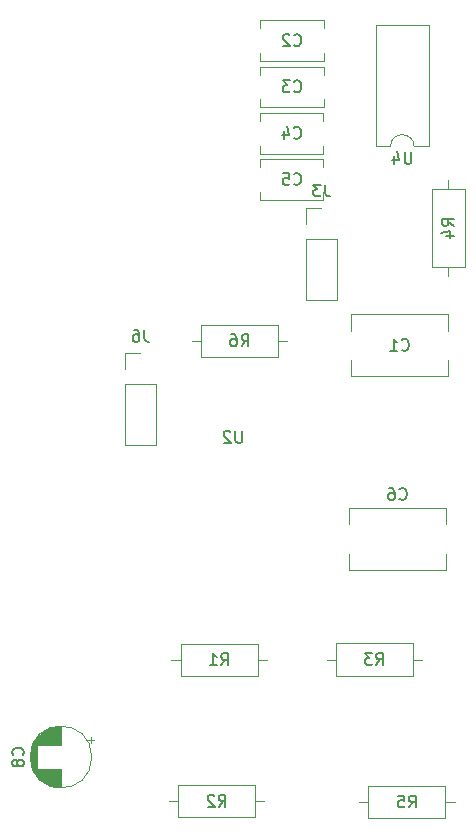
<source format=gbr>
G04 #@! TF.GenerationSoftware,KiCad,Pcbnew,(6.0.4)*
G04 #@! TF.CreationDate,2023-10-14T22:59:34+07:00*
G04 #@! TF.ProjectId,09-Prototype-Final-BugFixing,30392d50-726f-4746-9f74-7970652d4669,rev?*
G04 #@! TF.SameCoordinates,Original*
G04 #@! TF.FileFunction,Legend,Bot*
G04 #@! TF.FilePolarity,Positive*
%FSLAX46Y46*%
G04 Gerber Fmt 4.6, Leading zero omitted, Abs format (unit mm)*
G04 Created by KiCad (PCBNEW (6.0.4)) date 2023-10-14 22:59:34*
%MOMM*%
%LPD*%
G01*
G04 APERTURE LIST*
%ADD10C,0.150000*%
%ADD11C,0.120000*%
G04 APERTURE END LIST*
D10*
G04 #@! TO.C,C5*
X186916666Y-55197142D02*
X186964285Y-55244761D01*
X187107142Y-55292380D01*
X187202380Y-55292380D01*
X187345238Y-55244761D01*
X187440476Y-55149523D01*
X187488095Y-55054285D01*
X187535714Y-54863809D01*
X187535714Y-54720952D01*
X187488095Y-54530476D01*
X187440476Y-54435238D01*
X187345238Y-54340000D01*
X187202380Y-54292380D01*
X187107142Y-54292380D01*
X186964285Y-54340000D01*
X186916666Y-54387619D01*
X186011904Y-54292380D02*
X186488095Y-54292380D01*
X186535714Y-54768571D01*
X186488095Y-54720952D01*
X186392857Y-54673333D01*
X186154761Y-54673333D01*
X186059523Y-54720952D01*
X186011904Y-54768571D01*
X185964285Y-54863809D01*
X185964285Y-55101904D01*
X186011904Y-55197142D01*
X186059523Y-55244761D01*
X186154761Y-55292380D01*
X186392857Y-55292380D01*
X186488095Y-55244761D01*
X186535714Y-55197142D01*
G04 #@! TO.C,U4*
X196856904Y-52482380D02*
X196856904Y-53291904D01*
X196809285Y-53387142D01*
X196761666Y-53434761D01*
X196666428Y-53482380D01*
X196475952Y-53482380D01*
X196380714Y-53434761D01*
X196333095Y-53387142D01*
X196285476Y-53291904D01*
X196285476Y-52482380D01*
X195380714Y-52815714D02*
X195380714Y-53482380D01*
X195618809Y-52434761D02*
X195856904Y-53149047D01*
X195237857Y-53149047D01*
G04 #@! TO.C,C1*
X196046666Y-69227142D02*
X196094285Y-69274761D01*
X196237142Y-69322380D01*
X196332380Y-69322380D01*
X196475238Y-69274761D01*
X196570476Y-69179523D01*
X196618095Y-69084285D01*
X196665714Y-68893809D01*
X196665714Y-68750952D01*
X196618095Y-68560476D01*
X196570476Y-68465238D01*
X196475238Y-68370000D01*
X196332380Y-68322380D01*
X196237142Y-68322380D01*
X196094285Y-68370000D01*
X196046666Y-68417619D01*
X195094285Y-69322380D02*
X195665714Y-69322380D01*
X195380000Y-69322380D02*
X195380000Y-68322380D01*
X195475238Y-68465238D01*
X195570476Y-68560476D01*
X195665714Y-68608095D01*
G04 #@! TO.C,C4*
X186916666Y-51277142D02*
X186964285Y-51324761D01*
X187107142Y-51372380D01*
X187202380Y-51372380D01*
X187345238Y-51324761D01*
X187440476Y-51229523D01*
X187488095Y-51134285D01*
X187535714Y-50943809D01*
X187535714Y-50800952D01*
X187488095Y-50610476D01*
X187440476Y-50515238D01*
X187345238Y-50420000D01*
X187202380Y-50372380D01*
X187107142Y-50372380D01*
X186964285Y-50420000D01*
X186916666Y-50467619D01*
X186059523Y-50705714D02*
X186059523Y-51372380D01*
X186297619Y-50324761D02*
X186535714Y-51039047D01*
X185916666Y-51039047D01*
G04 #@! TO.C,C2*
X186926666Y-43437142D02*
X186974285Y-43484761D01*
X187117142Y-43532380D01*
X187212380Y-43532380D01*
X187355238Y-43484761D01*
X187450476Y-43389523D01*
X187498095Y-43294285D01*
X187545714Y-43103809D01*
X187545714Y-42960952D01*
X187498095Y-42770476D01*
X187450476Y-42675238D01*
X187355238Y-42580000D01*
X187212380Y-42532380D01*
X187117142Y-42532380D01*
X186974285Y-42580000D01*
X186926666Y-42627619D01*
X186545714Y-42627619D02*
X186498095Y-42580000D01*
X186402857Y-42532380D01*
X186164761Y-42532380D01*
X186069523Y-42580000D01*
X186021904Y-42627619D01*
X185974285Y-42722857D01*
X185974285Y-42818095D01*
X186021904Y-42960952D01*
X186593333Y-43532380D01*
X185974285Y-43532380D01*
G04 #@! TO.C,C8*
X163977142Y-103553333D02*
X164024761Y-103505714D01*
X164072380Y-103362857D01*
X164072380Y-103267619D01*
X164024761Y-103124761D01*
X163929523Y-103029523D01*
X163834285Y-102981904D01*
X163643809Y-102934285D01*
X163500952Y-102934285D01*
X163310476Y-102981904D01*
X163215238Y-103029523D01*
X163120000Y-103124761D01*
X163072380Y-103267619D01*
X163072380Y-103362857D01*
X163120000Y-103505714D01*
X163167619Y-103553333D01*
X163500952Y-104124761D02*
X163453333Y-104029523D01*
X163405714Y-103981904D01*
X163310476Y-103934285D01*
X163262857Y-103934285D01*
X163167619Y-103981904D01*
X163120000Y-104029523D01*
X163072380Y-104124761D01*
X163072380Y-104315238D01*
X163120000Y-104410476D01*
X163167619Y-104458095D01*
X163262857Y-104505714D01*
X163310476Y-104505714D01*
X163405714Y-104458095D01*
X163453333Y-104410476D01*
X163500952Y-104315238D01*
X163500952Y-104124761D01*
X163548571Y-104029523D01*
X163596190Y-103981904D01*
X163691428Y-103934285D01*
X163881904Y-103934285D01*
X163977142Y-103981904D01*
X164024761Y-104029523D01*
X164072380Y-104124761D01*
X164072380Y-104315238D01*
X164024761Y-104410476D01*
X163977142Y-104458095D01*
X163881904Y-104505714D01*
X163691428Y-104505714D01*
X163596190Y-104458095D01*
X163548571Y-104410476D01*
X163500952Y-104315238D01*
G04 #@! TO.C,R6*
X182486666Y-68932380D02*
X182820000Y-68456190D01*
X183058095Y-68932380D02*
X183058095Y-67932380D01*
X182677142Y-67932380D01*
X182581904Y-67980000D01*
X182534285Y-68027619D01*
X182486666Y-68122857D01*
X182486666Y-68265714D01*
X182534285Y-68360952D01*
X182581904Y-68408571D01*
X182677142Y-68456190D01*
X183058095Y-68456190D01*
X181629523Y-67932380D02*
X181820000Y-67932380D01*
X181915238Y-67980000D01*
X181962857Y-68027619D01*
X182058095Y-68170476D01*
X182105714Y-68360952D01*
X182105714Y-68741904D01*
X182058095Y-68837142D01*
X182010476Y-68884761D01*
X181915238Y-68932380D01*
X181724761Y-68932380D01*
X181629523Y-68884761D01*
X181581904Y-68837142D01*
X181534285Y-68741904D01*
X181534285Y-68503809D01*
X181581904Y-68408571D01*
X181629523Y-68360952D01*
X181724761Y-68313333D01*
X181915238Y-68313333D01*
X182010476Y-68360952D01*
X182058095Y-68408571D01*
X182105714Y-68503809D01*
G04 #@! TO.C,J3*
X189573333Y-55262380D02*
X189573333Y-55976666D01*
X189620952Y-56119523D01*
X189716190Y-56214761D01*
X189859047Y-56262380D01*
X189954285Y-56262380D01*
X189192380Y-55262380D02*
X188573333Y-55262380D01*
X188906666Y-55643333D01*
X188763809Y-55643333D01*
X188668571Y-55690952D01*
X188620952Y-55738571D01*
X188573333Y-55833809D01*
X188573333Y-56071904D01*
X188620952Y-56167142D01*
X188668571Y-56214761D01*
X188763809Y-56262380D01*
X189049523Y-56262380D01*
X189144761Y-56214761D01*
X189192380Y-56167142D01*
G04 #@! TO.C,R4*
X200462380Y-58763333D02*
X199986190Y-58430000D01*
X200462380Y-58191904D02*
X199462380Y-58191904D01*
X199462380Y-58572857D01*
X199510000Y-58668095D01*
X199557619Y-58715714D01*
X199652857Y-58763333D01*
X199795714Y-58763333D01*
X199890952Y-58715714D01*
X199938571Y-58668095D01*
X199986190Y-58572857D01*
X199986190Y-58191904D01*
X199795714Y-59620476D02*
X200462380Y-59620476D01*
X199414761Y-59382380D02*
X200129047Y-59144285D01*
X200129047Y-59763333D01*
G04 #@! TO.C,U2*
X182541904Y-76112380D02*
X182541904Y-76921904D01*
X182494285Y-77017142D01*
X182446666Y-77064761D01*
X182351428Y-77112380D01*
X182160952Y-77112380D01*
X182065714Y-77064761D01*
X182018095Y-77017142D01*
X181970476Y-76921904D01*
X181970476Y-76112380D01*
X181541904Y-76207619D02*
X181494285Y-76160000D01*
X181399047Y-76112380D01*
X181160952Y-76112380D01*
X181065714Y-76160000D01*
X181018095Y-76207619D01*
X180970476Y-76302857D01*
X180970476Y-76398095D01*
X181018095Y-76540952D01*
X181589523Y-77112380D01*
X180970476Y-77112380D01*
G04 #@! TO.C,R3*
X193886666Y-95932380D02*
X194220000Y-95456190D01*
X194458095Y-95932380D02*
X194458095Y-94932380D01*
X194077142Y-94932380D01*
X193981904Y-94980000D01*
X193934285Y-95027619D01*
X193886666Y-95122857D01*
X193886666Y-95265714D01*
X193934285Y-95360952D01*
X193981904Y-95408571D01*
X194077142Y-95456190D01*
X194458095Y-95456190D01*
X193553333Y-94932380D02*
X192934285Y-94932380D01*
X193267619Y-95313333D01*
X193124761Y-95313333D01*
X193029523Y-95360952D01*
X192981904Y-95408571D01*
X192934285Y-95503809D01*
X192934285Y-95741904D01*
X192981904Y-95837142D01*
X193029523Y-95884761D01*
X193124761Y-95932380D01*
X193410476Y-95932380D01*
X193505714Y-95884761D01*
X193553333Y-95837142D01*
G04 #@! TO.C,R5*
X196646666Y-107992380D02*
X196980000Y-107516190D01*
X197218095Y-107992380D02*
X197218095Y-106992380D01*
X196837142Y-106992380D01*
X196741904Y-107040000D01*
X196694285Y-107087619D01*
X196646666Y-107182857D01*
X196646666Y-107325714D01*
X196694285Y-107420952D01*
X196741904Y-107468571D01*
X196837142Y-107516190D01*
X197218095Y-107516190D01*
X195741904Y-106992380D02*
X196218095Y-106992380D01*
X196265714Y-107468571D01*
X196218095Y-107420952D01*
X196122857Y-107373333D01*
X195884761Y-107373333D01*
X195789523Y-107420952D01*
X195741904Y-107468571D01*
X195694285Y-107563809D01*
X195694285Y-107801904D01*
X195741904Y-107897142D01*
X195789523Y-107944761D01*
X195884761Y-107992380D01*
X196122857Y-107992380D01*
X196218095Y-107944761D01*
X196265714Y-107897142D01*
G04 #@! TO.C,C6*
X195856666Y-81857142D02*
X195904285Y-81904761D01*
X196047142Y-81952380D01*
X196142380Y-81952380D01*
X196285238Y-81904761D01*
X196380476Y-81809523D01*
X196428095Y-81714285D01*
X196475714Y-81523809D01*
X196475714Y-81380952D01*
X196428095Y-81190476D01*
X196380476Y-81095238D01*
X196285238Y-81000000D01*
X196142380Y-80952380D01*
X196047142Y-80952380D01*
X195904285Y-81000000D01*
X195856666Y-81047619D01*
X194999523Y-80952380D02*
X195190000Y-80952380D01*
X195285238Y-81000000D01*
X195332857Y-81047619D01*
X195428095Y-81190476D01*
X195475714Y-81380952D01*
X195475714Y-81761904D01*
X195428095Y-81857142D01*
X195380476Y-81904761D01*
X195285238Y-81952380D01*
X195094761Y-81952380D01*
X194999523Y-81904761D01*
X194951904Y-81857142D01*
X194904285Y-81761904D01*
X194904285Y-81523809D01*
X194951904Y-81428571D01*
X194999523Y-81380952D01*
X195094761Y-81333333D01*
X195285238Y-81333333D01*
X195380476Y-81380952D01*
X195428095Y-81428571D01*
X195475714Y-81523809D01*
G04 #@! TO.C,R1*
X180756666Y-95942380D02*
X181090000Y-95466190D01*
X181328095Y-95942380D02*
X181328095Y-94942380D01*
X180947142Y-94942380D01*
X180851904Y-94990000D01*
X180804285Y-95037619D01*
X180756666Y-95132857D01*
X180756666Y-95275714D01*
X180804285Y-95370952D01*
X180851904Y-95418571D01*
X180947142Y-95466190D01*
X181328095Y-95466190D01*
X179804285Y-95942380D02*
X180375714Y-95942380D01*
X180090000Y-95942380D02*
X180090000Y-94942380D01*
X180185238Y-95085238D01*
X180280476Y-95180476D01*
X180375714Y-95228095D01*
G04 #@! TO.C,J6*
X174258333Y-67557380D02*
X174258333Y-68271666D01*
X174305952Y-68414523D01*
X174401190Y-68509761D01*
X174544047Y-68557380D01*
X174639285Y-68557380D01*
X173353571Y-67557380D02*
X173544047Y-67557380D01*
X173639285Y-67605000D01*
X173686904Y-67652619D01*
X173782142Y-67795476D01*
X173829761Y-67985952D01*
X173829761Y-68366904D01*
X173782142Y-68462142D01*
X173734523Y-68509761D01*
X173639285Y-68557380D01*
X173448809Y-68557380D01*
X173353571Y-68509761D01*
X173305952Y-68462142D01*
X173258333Y-68366904D01*
X173258333Y-68128809D01*
X173305952Y-68033571D01*
X173353571Y-67985952D01*
X173448809Y-67938333D01*
X173639285Y-67938333D01*
X173734523Y-67985952D01*
X173782142Y-68033571D01*
X173829761Y-68128809D01*
G04 #@! TO.C,R2*
X180556666Y-107922380D02*
X180890000Y-107446190D01*
X181128095Y-107922380D02*
X181128095Y-106922380D01*
X180747142Y-106922380D01*
X180651904Y-106970000D01*
X180604285Y-107017619D01*
X180556666Y-107112857D01*
X180556666Y-107255714D01*
X180604285Y-107350952D01*
X180651904Y-107398571D01*
X180747142Y-107446190D01*
X181128095Y-107446190D01*
X180175714Y-107017619D02*
X180128095Y-106970000D01*
X180032857Y-106922380D01*
X179794761Y-106922380D01*
X179699523Y-106970000D01*
X179651904Y-107017619D01*
X179604285Y-107112857D01*
X179604285Y-107208095D01*
X179651904Y-107350952D01*
X180223333Y-107922380D01*
X179604285Y-107922380D01*
G04 #@! TO.C,C3*
X186926666Y-47347142D02*
X186974285Y-47394761D01*
X187117142Y-47442380D01*
X187212380Y-47442380D01*
X187355238Y-47394761D01*
X187450476Y-47299523D01*
X187498095Y-47204285D01*
X187545714Y-47013809D01*
X187545714Y-46870952D01*
X187498095Y-46680476D01*
X187450476Y-46585238D01*
X187355238Y-46490000D01*
X187212380Y-46442380D01*
X187117142Y-46442380D01*
X186974285Y-46490000D01*
X186926666Y-46537619D01*
X186593333Y-46442380D02*
X185974285Y-46442380D01*
X186307619Y-46823333D01*
X186164761Y-46823333D01*
X186069523Y-46870952D01*
X186021904Y-46918571D01*
X185974285Y-47013809D01*
X185974285Y-47251904D01*
X186021904Y-47347142D01*
X186069523Y-47394761D01*
X186164761Y-47442380D01*
X186450476Y-47442380D01*
X186545714Y-47394761D01*
X186593333Y-47347142D01*
D11*
G04 #@! TO.C,C5*
X184080000Y-53119000D02*
X189420000Y-53119000D01*
X184080000Y-56561000D02*
X184080000Y-55895000D01*
X184080000Y-56561000D02*
X189420000Y-56561000D01*
X189420000Y-56561000D02*
X189420000Y-55895000D01*
X189420000Y-53785000D02*
X189420000Y-53119000D01*
X184080000Y-53785000D02*
X184080000Y-53119000D01*
G04 #@! TO.C,U4*
X193845000Y-41750000D02*
X198345000Y-41750000D01*
X193845000Y-52030000D02*
X193845000Y-41750000D01*
X198345000Y-41750000D02*
X198345000Y-52030000D01*
X195095000Y-52030000D02*
X193845000Y-52030000D01*
X198345000Y-52030000D02*
X197095000Y-52030000D01*
X197095000Y-52030000D02*
G75*
G03*
X195095000Y-52030000I-1000000J0D01*
G01*
G04 #@! TO.C,C1*
X200000000Y-71490000D02*
X191760000Y-71490000D01*
X200000000Y-66250000D02*
X191760000Y-66250000D01*
X191760000Y-66250000D02*
X191760000Y-67614000D01*
X191760000Y-70126000D02*
X191760000Y-71490000D01*
X200000000Y-66250000D02*
X200000000Y-67614000D01*
X200000000Y-70126000D02*
X200000000Y-71490000D01*
G04 #@! TO.C,C4*
X184080000Y-49199000D02*
X189420000Y-49199000D01*
X189420000Y-52641000D02*
X189420000Y-51975000D01*
X184080000Y-49865000D02*
X184080000Y-49199000D01*
X184080000Y-52641000D02*
X184080000Y-51975000D01*
X184080000Y-52641000D02*
X189420000Y-52641000D01*
X189420000Y-49865000D02*
X189420000Y-49199000D01*
G04 #@! TO.C,C2*
X184090000Y-42025000D02*
X184090000Y-41359000D01*
X184090000Y-41359000D02*
X189430000Y-41359000D01*
X184090000Y-44801000D02*
X184090000Y-44135000D01*
X189430000Y-44801000D02*
X189430000Y-44135000D01*
X184090000Y-44801000D02*
X189430000Y-44801000D01*
X189430000Y-42025000D02*
X189430000Y-41359000D01*
G04 #@! TO.C,C8*
X167030000Y-101144000D02*
X167030000Y-102680000D01*
X166389000Y-101265000D02*
X166389000Y-102680000D01*
X166229000Y-101322000D02*
X166229000Y-102680000D01*
X166510000Y-101229000D02*
X166510000Y-102680000D01*
X165469000Y-104760000D02*
X165469000Y-105657000D01*
X164749000Y-102805000D02*
X164749000Y-104635000D01*
X165869000Y-101496000D02*
X165869000Y-102680000D01*
X165229000Y-102021000D02*
X165229000Y-102680000D01*
X166950000Y-104760000D02*
X166950000Y-106289000D01*
X166950000Y-101151000D02*
X166950000Y-102680000D01*
X165309000Y-104760000D02*
X165309000Y-105505000D01*
X165189000Y-104760000D02*
X165189000Y-105373000D01*
X166870000Y-104760000D02*
X166870000Y-106281000D01*
X166109000Y-101372000D02*
X166109000Y-102680000D01*
X166870000Y-101159000D02*
X166870000Y-102680000D01*
X166029000Y-104760000D02*
X166029000Y-106030000D01*
X166670000Y-104760000D02*
X166670000Y-106248000D01*
X166590000Y-104760000D02*
X166590000Y-106231000D01*
X165629000Y-104760000D02*
X165629000Y-105785000D01*
X166630000Y-101200000D02*
X166630000Y-102680000D01*
X165509000Y-101749000D02*
X165509000Y-102680000D01*
X165829000Y-104760000D02*
X165829000Y-105920000D01*
X167190000Y-101140000D02*
X167190000Y-102680000D01*
X165989000Y-104760000D02*
X165989000Y-106010000D01*
X165549000Y-104760000D02*
X165549000Y-105724000D01*
X166590000Y-101209000D02*
X166590000Y-102680000D01*
X165429000Y-101819000D02*
X165429000Y-102680000D01*
X167110000Y-101141000D02*
X167110000Y-102680000D01*
X166550000Y-104760000D02*
X166550000Y-106221000D01*
X166269000Y-104760000D02*
X166269000Y-106134000D01*
X165949000Y-101452000D02*
X165949000Y-102680000D01*
X165429000Y-104760000D02*
X165429000Y-105621000D01*
X165669000Y-104760000D02*
X165669000Y-105815000D01*
X166109000Y-104760000D02*
X166109000Y-106068000D01*
X169994775Y-102245000D02*
X169494775Y-102245000D01*
X165109000Y-102166000D02*
X165109000Y-105274000D01*
X166429000Y-104760000D02*
X166429000Y-106188000D01*
X166149000Y-101355000D02*
X166149000Y-102680000D01*
X167150000Y-101140000D02*
X167150000Y-102680000D01*
X165149000Y-102115000D02*
X165149000Y-105325000D01*
X166910000Y-101155000D02*
X166910000Y-102680000D01*
X167110000Y-104760000D02*
X167110000Y-106299000D01*
X165869000Y-104760000D02*
X165869000Y-105944000D01*
X166389000Y-104760000D02*
X166389000Y-106175000D01*
X167150000Y-104760000D02*
X167150000Y-106300000D01*
X165509000Y-104760000D02*
X165509000Y-105691000D01*
X166710000Y-101184000D02*
X166710000Y-102680000D01*
X165309000Y-101935000D02*
X165309000Y-102680000D01*
X166349000Y-101278000D02*
X166349000Y-102680000D01*
X166710000Y-104760000D02*
X166710000Y-106256000D01*
X167070000Y-101142000D02*
X167070000Y-102680000D01*
X167190000Y-104760000D02*
X167190000Y-106300000D01*
X166469000Y-104760000D02*
X166469000Y-106200000D01*
X165909000Y-101473000D02*
X165909000Y-102680000D01*
X164989000Y-102337000D02*
X164989000Y-105103000D01*
X166309000Y-101292000D02*
X166309000Y-102680000D01*
X164829000Y-102622000D02*
X164829000Y-104818000D01*
X165189000Y-102067000D02*
X165189000Y-102680000D01*
X164589000Y-103436000D02*
X164589000Y-104004000D01*
X166630000Y-104760000D02*
X166630000Y-106240000D01*
X165989000Y-101430000D02*
X165989000Y-102680000D01*
X166790000Y-101170000D02*
X166790000Y-102680000D01*
X166910000Y-104760000D02*
X166910000Y-106285000D01*
X166429000Y-101252000D02*
X166429000Y-102680000D01*
X166269000Y-101306000D02*
X166269000Y-102680000D01*
X166670000Y-101192000D02*
X166670000Y-102680000D01*
X165349000Y-101894000D02*
X165349000Y-102680000D01*
X165549000Y-101716000D02*
X165549000Y-102680000D01*
X165749000Y-104760000D02*
X165749000Y-105869000D01*
X164629000Y-103202000D02*
X164629000Y-104238000D01*
X166229000Y-104760000D02*
X166229000Y-106118000D01*
X165669000Y-101625000D02*
X165669000Y-102680000D01*
X165269000Y-104760000D02*
X165269000Y-105463000D01*
X166189000Y-101338000D02*
X166189000Y-102680000D01*
X164709000Y-102915000D02*
X164709000Y-104525000D01*
X165629000Y-101655000D02*
X165629000Y-102680000D01*
X165709000Y-101598000D02*
X165709000Y-102680000D01*
X165709000Y-104760000D02*
X165709000Y-105842000D01*
X166069000Y-101391000D02*
X166069000Y-102680000D01*
X166750000Y-104760000D02*
X166750000Y-106263000D01*
X165389000Y-104760000D02*
X165389000Y-105584000D01*
X165349000Y-104760000D02*
X165349000Y-105546000D01*
X166830000Y-104760000D02*
X166830000Y-106276000D01*
X165789000Y-101545000D02*
X165789000Y-102680000D01*
X165789000Y-104760000D02*
X165789000Y-105895000D01*
X165909000Y-104760000D02*
X165909000Y-105967000D01*
X166309000Y-104760000D02*
X166309000Y-106148000D01*
X165469000Y-101783000D02*
X165469000Y-102680000D01*
X167070000Y-104760000D02*
X167070000Y-106298000D01*
X165589000Y-104760000D02*
X165589000Y-105755000D01*
X166830000Y-101164000D02*
X166830000Y-102680000D01*
X165229000Y-104760000D02*
X165229000Y-105419000D01*
X165029000Y-102277000D02*
X165029000Y-105163000D01*
X169744775Y-101995000D02*
X169744775Y-102495000D01*
X166189000Y-104760000D02*
X166189000Y-106102000D01*
X166990000Y-104760000D02*
X166990000Y-106293000D01*
X165949000Y-104760000D02*
X165949000Y-105988000D01*
X165389000Y-101856000D02*
X165389000Y-102680000D01*
X166029000Y-101410000D02*
X166029000Y-102680000D01*
X164949000Y-102401000D02*
X164949000Y-105039000D01*
X165589000Y-101685000D02*
X165589000Y-102680000D01*
X165069000Y-102220000D02*
X165069000Y-105220000D01*
X165269000Y-101977000D02*
X165269000Y-102680000D01*
X166990000Y-101147000D02*
X166990000Y-102680000D01*
X166790000Y-104760000D02*
X166790000Y-106270000D01*
X164909000Y-102469000D02*
X164909000Y-104971000D01*
X165829000Y-101520000D02*
X165829000Y-102680000D01*
X166750000Y-101177000D02*
X166750000Y-102680000D01*
X164869000Y-102542000D02*
X164869000Y-104898000D01*
X165749000Y-101571000D02*
X165749000Y-102680000D01*
X166550000Y-101219000D02*
X166550000Y-102680000D01*
X164789000Y-102709000D02*
X164789000Y-104731000D01*
X166469000Y-101240000D02*
X166469000Y-102680000D01*
X166149000Y-104760000D02*
X166149000Y-106085000D01*
X166510000Y-104760000D02*
X166510000Y-106211000D01*
X164669000Y-103043000D02*
X164669000Y-104397000D01*
X166069000Y-104760000D02*
X166069000Y-106049000D01*
X166349000Y-104760000D02*
X166349000Y-106162000D01*
X167030000Y-104760000D02*
X167030000Y-106296000D01*
X169810000Y-103720000D02*
G75*
G03*
X169810000Y-103720000I-2620000J0D01*
G01*
G04 #@! TO.C,R6*
X186360000Y-68480000D02*
X185590000Y-68480000D01*
X185590000Y-67110000D02*
X185590000Y-69850000D01*
X179050000Y-67110000D02*
X185590000Y-67110000D01*
X178280000Y-68480000D02*
X179050000Y-68480000D01*
X185590000Y-69850000D02*
X179050000Y-69850000D01*
X179050000Y-69850000D02*
X179050000Y-67110000D01*
G04 #@! TO.C,J3*
X189240000Y-57250000D02*
X187910000Y-57250000D01*
X187910000Y-59850000D02*
X187910000Y-64990000D01*
X190570000Y-64990000D02*
X187910000Y-64990000D01*
X190570000Y-59850000D02*
X187910000Y-59850000D01*
X190570000Y-59850000D02*
X190570000Y-64990000D01*
X187910000Y-57250000D02*
X187910000Y-58580000D01*
G04 #@! TO.C,R4*
X198630000Y-62200000D02*
X198630000Y-55660000D01*
X201370000Y-62200000D02*
X198630000Y-62200000D01*
X198630000Y-55660000D02*
X201370000Y-55660000D01*
X200000000Y-54890000D02*
X200000000Y-55660000D01*
X201370000Y-55660000D02*
X201370000Y-62200000D01*
X200000000Y-62970000D02*
X200000000Y-62200000D01*
G04 #@! TO.C,R3*
X196990000Y-96850000D02*
X190450000Y-96850000D01*
X196990000Y-94110000D02*
X196990000Y-96850000D01*
X189680000Y-95480000D02*
X190450000Y-95480000D01*
X197760000Y-95480000D02*
X196990000Y-95480000D01*
X190450000Y-94110000D02*
X196990000Y-94110000D01*
X190450000Y-96850000D02*
X190450000Y-94110000D01*
G04 #@! TO.C,R5*
X193210000Y-108910000D02*
X193210000Y-106170000D01*
X200520000Y-107540000D02*
X199750000Y-107540000D01*
X199750000Y-108910000D02*
X193210000Y-108910000D01*
X193210000Y-106170000D02*
X199750000Y-106170000D01*
X199750000Y-106170000D02*
X199750000Y-108910000D01*
X192440000Y-107540000D02*
X193210000Y-107540000D01*
G04 #@! TO.C,C6*
X199810000Y-87870000D02*
X191570000Y-87870000D01*
X191570000Y-86506000D02*
X191570000Y-87870000D01*
X199810000Y-82630000D02*
X199810000Y-83994000D01*
X199810000Y-82630000D02*
X191570000Y-82630000D01*
X199810000Y-86506000D02*
X199810000Y-87870000D01*
X191570000Y-82630000D02*
X191570000Y-83994000D01*
G04 #@! TO.C,R1*
X177320000Y-96860000D02*
X177320000Y-94120000D01*
X184630000Y-95490000D02*
X183860000Y-95490000D01*
X183860000Y-96860000D02*
X177320000Y-96860000D01*
X183860000Y-94120000D02*
X183860000Y-96860000D01*
X177320000Y-94120000D02*
X183860000Y-94120000D01*
X176550000Y-95490000D02*
X177320000Y-95490000D01*
G04 #@! TO.C,J6*
X173925000Y-69545000D02*
X172595000Y-69545000D01*
X175255000Y-72145000D02*
X172595000Y-72145000D01*
X175255000Y-72145000D02*
X175255000Y-77285000D01*
X175255000Y-77285000D02*
X172595000Y-77285000D01*
X172595000Y-72145000D02*
X172595000Y-77285000D01*
X172595000Y-69545000D02*
X172595000Y-70875000D01*
G04 #@! TO.C,R2*
X177120000Y-108830000D02*
X177120000Y-106090000D01*
X177120000Y-106090000D02*
X183660000Y-106090000D01*
X183660000Y-106090000D02*
X183660000Y-108830000D01*
X184430000Y-107460000D02*
X183660000Y-107460000D01*
X183660000Y-108830000D02*
X177120000Y-108830000D01*
X176350000Y-107460000D02*
X177120000Y-107460000D01*
G04 #@! TO.C,C3*
X184090000Y-45935000D02*
X184090000Y-45269000D01*
X189430000Y-45935000D02*
X189430000Y-45269000D01*
X184090000Y-48711000D02*
X189430000Y-48711000D01*
X184090000Y-45269000D02*
X189430000Y-45269000D01*
X189430000Y-48711000D02*
X189430000Y-48045000D01*
X184090000Y-48711000D02*
X184090000Y-48045000D01*
G04 #@! TD*
M02*

</source>
